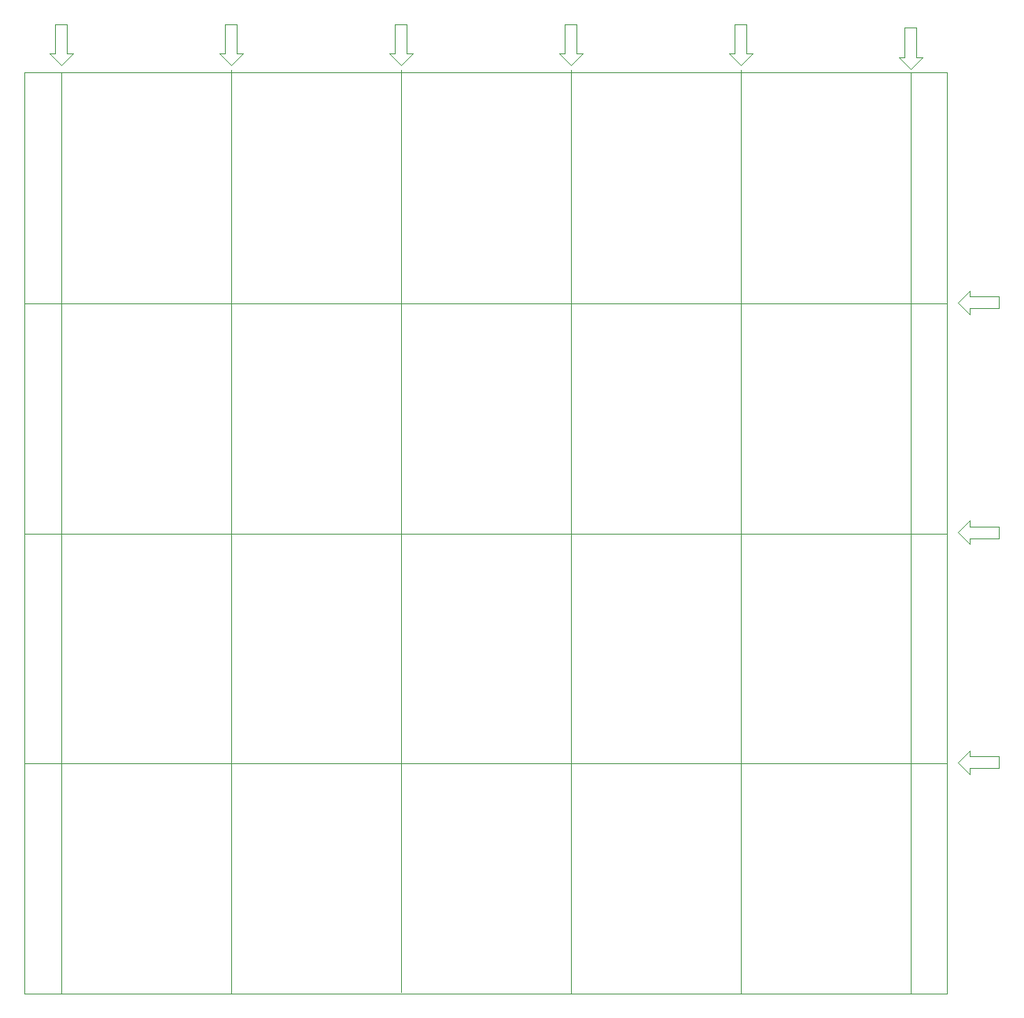
<source format=gm1>
G04 #@! TF.GenerationSoftware,KiCad,Pcbnew,5.1.5+dfsg1-2build2*
G04 #@! TF.CreationDate,2020-09-11T16:25:34-03:00*
G04 #@! TF.ProjectId,panel1,70616e65-6c31-42e6-9b69-6361645f7063,rev?*
G04 #@! TF.SameCoordinates,Original*
G04 #@! TF.FileFunction,Profile,NP*
%FSLAX46Y46*%
G04 Gerber Fmt 4.6, Leading zero omitted, Abs format (unit mm)*
G04 Created by KiCad (PCBNEW 5.1.5+dfsg1-2build2) date 2020-09-11 16:25:34*
%MOMM*%
%LPD*%
G04 APERTURE LIST*
%ADD10C,0.100000*%
%ADD11C,0.050000*%
G04 APERTURE END LIST*
D10*
X65151000Y-45720000D02*
X63881000Y-46990000D01*
X63246000Y-45720000D02*
X63246000Y-42545000D01*
X64516000Y-45720000D02*
X65151000Y-45720000D01*
X62611000Y-45720000D02*
X63246000Y-45720000D01*
X63881000Y-46990000D02*
X62611000Y-45720000D01*
X64516000Y-42545000D02*
X64516000Y-45720000D01*
X63246000Y-42545000D02*
X64516000Y-42545000D01*
D11*
X59944000Y-146939000D02*
X63881000Y-146939000D01*
X59944000Y-47752000D02*
X59944000Y-146939000D01*
X63881000Y-47752000D02*
X59944000Y-47752000D01*
D10*
X154686000Y-46101000D02*
X154686000Y-42926000D01*
X155956000Y-46101000D02*
X156591000Y-46101000D01*
X154051000Y-46101000D02*
X154686000Y-46101000D01*
X155956000Y-42926000D02*
X155956000Y-46101000D01*
X156591000Y-46101000D02*
X155321000Y-47371000D01*
X155321000Y-47371000D02*
X154051000Y-46101000D01*
X154686000Y-42926000D02*
X155956000Y-42926000D01*
D11*
X159258000Y-146939000D02*
X155321000Y-146939000D01*
X159258000Y-47752000D02*
X159258000Y-146939000D01*
X155321000Y-47752000D02*
X159258000Y-47752000D01*
X159258000Y-122174000D02*
X59944000Y-122174000D01*
X59944000Y-97409000D02*
X159258000Y-97409000D01*
X159258000Y-72644000D02*
X59944000Y-72644000D01*
X137033000Y-146939000D02*
X137033000Y-47498000D01*
X118745000Y-47498000D02*
X118745000Y-146939000D01*
X100457000Y-146812000D02*
X100457000Y-47498000D01*
X82169000Y-47498000D02*
X82169000Y-146939000D01*
X155321000Y-146939000D02*
X63881000Y-146939000D01*
X155321000Y-47752000D02*
X155321000Y-146939000D01*
X63881000Y-47752000D02*
X155321000Y-47752000D01*
X63881000Y-47752000D02*
X63881000Y-146939000D01*
D10*
X161671000Y-120777000D02*
X161671000Y-121412000D01*
X161671000Y-96647000D02*
X164846000Y-96647000D01*
X101727000Y-45720000D02*
X100457000Y-46990000D01*
X164846000Y-73152000D02*
X161671000Y-73152000D01*
X161671000Y-71882000D02*
X164846000Y-71882000D01*
X161671000Y-121412000D02*
X164846000Y-121412000D01*
X164846000Y-97917000D02*
X161671000Y-97917000D01*
X83439000Y-45720000D02*
X82169000Y-46990000D01*
X160401000Y-72517000D02*
X161671000Y-71247000D01*
X161671000Y-73787000D02*
X160401000Y-72517000D01*
X161671000Y-73152000D02*
X161671000Y-73787000D01*
X100457000Y-46990000D02*
X99187000Y-45720000D01*
X164846000Y-122682000D02*
X161671000Y-122682000D01*
X161671000Y-97917000D02*
X161671000Y-98552000D01*
X160401000Y-122047000D02*
X161671000Y-120777000D01*
X118745000Y-46990000D02*
X117475000Y-45720000D01*
X138303000Y-45720000D02*
X137033000Y-46990000D01*
X161671000Y-71247000D02*
X161671000Y-71882000D01*
X137033000Y-46990000D02*
X135763000Y-45720000D01*
X161671000Y-96012000D02*
X161671000Y-96647000D01*
X161671000Y-98552000D02*
X160401000Y-97282000D01*
X161671000Y-123317000D02*
X160401000Y-122047000D01*
X161671000Y-122682000D02*
X161671000Y-123317000D01*
X160401000Y-97282000D02*
X161671000Y-96012000D01*
X120015000Y-45720000D02*
X118745000Y-46990000D01*
X81534000Y-45720000D02*
X81534000Y-42545000D01*
X82804000Y-45720000D02*
X83439000Y-45720000D01*
X80899000Y-45720000D02*
X81534000Y-45720000D01*
X82169000Y-46990000D02*
X80899000Y-45720000D01*
X82804000Y-42545000D02*
X82804000Y-45720000D01*
X81534000Y-42545000D02*
X82804000Y-42545000D01*
X101092000Y-45720000D02*
X101727000Y-45720000D01*
X99822000Y-45720000D02*
X99822000Y-42545000D01*
X101092000Y-42545000D02*
X101092000Y-45720000D01*
X99187000Y-45720000D02*
X99822000Y-45720000D01*
X99822000Y-42545000D02*
X101092000Y-42545000D01*
X119380000Y-45720000D02*
X120015000Y-45720000D01*
X117475000Y-45720000D02*
X118110000Y-45720000D01*
X119380000Y-42545000D02*
X119380000Y-45720000D01*
X118110000Y-45720000D02*
X118110000Y-42545000D01*
X118110000Y-42545000D02*
X119380000Y-42545000D01*
X136398000Y-42545000D02*
X137668000Y-42545000D01*
X137668000Y-45720000D02*
X138303000Y-45720000D01*
X137668000Y-42545000D02*
X137668000Y-45720000D01*
X136398000Y-45720000D02*
X136398000Y-42545000D01*
X135763000Y-45720000D02*
X136398000Y-45720000D01*
X164846000Y-121412000D02*
X164846000Y-122682000D01*
X164846000Y-96647000D02*
X164846000Y-97917000D01*
X164846000Y-71882000D02*
X164846000Y-73152000D01*
M02*

</source>
